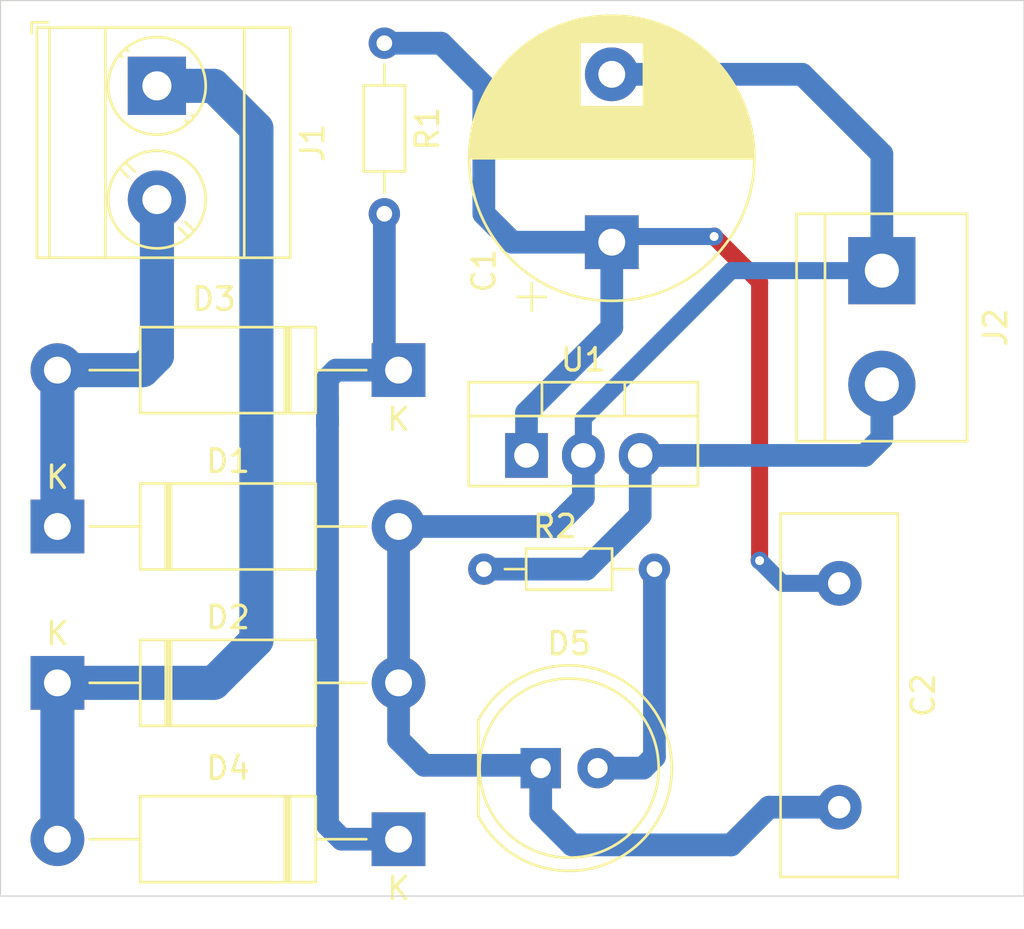
<source format=kicad_pcb>
(kicad_pcb (version 20171130) (host pcbnew "(5.1.10)-1")

  (general
    (thickness 1.6)
    (drawings 4)
    (tracks 63)
    (zones 0)
    (modules 12)
    (nets 8)
  )

  (page A4)
  (title_block
    (title "Power Supply Layout Design")
    (date 2021-08-07)
    (rev "Version 1")
    (company "PJ TECH")
  )

  (layers
    (0 F.Cu signal)
    (31 B.Cu signal)
    (32 B.Adhes user)
    (33 F.Adhes user)
    (34 B.Paste user)
    (35 F.Paste user)
    (36 B.SilkS user)
    (37 F.SilkS user)
    (38 B.Mask user)
    (39 F.Mask user)
    (40 Dwgs.User user)
    (41 Cmts.User user)
    (42 Eco1.User user)
    (43 Eco2.User user)
    (44 Edge.Cuts user)
    (45 Margin user)
    (46 B.CrtYd user)
    (47 F.CrtYd user)
    (48 B.Fab user)
    (49 F.Fab user)
  )

  (setup
    (last_trace_width 0.762)
    (user_trace_width 0.508)
    (user_trace_width 0.762)
    (user_trace_width 1.016)
    (user_trace_width 1.524)
    (user_trace_width 2.032)
    (user_trace_width 20.32)
    (trace_clearance 0.2)
    (zone_clearance 0.508)
    (zone_45_only no)
    (trace_min 0.2)
    (via_size 0.8)
    (via_drill 0.4)
    (via_min_size 0.4)
    (via_min_drill 0.3)
    (user_via 0.762 0.508)
    (uvia_size 0.3)
    (uvia_drill 0.1)
    (uvias_allowed no)
    (uvia_min_size 0.2)
    (uvia_min_drill 0.1)
    (edge_width 0.05)
    (segment_width 0.2)
    (pcb_text_width 0.3)
    (pcb_text_size 1.5 1.5)
    (mod_edge_width 0.12)
    (mod_text_size 1 1)
    (mod_text_width 0.15)
    (pad_size 1.524 1.524)
    (pad_drill 0.762)
    (pad_to_mask_clearance 0)
    (aux_axis_origin 0 0)
    (visible_elements FFFFFF7F)
    (pcbplotparams
      (layerselection 0x010fc_ffffffff)
      (usegerberextensions false)
      (usegerberattributes true)
      (usegerberadvancedattributes true)
      (creategerberjobfile true)
      (excludeedgelayer true)
      (linewidth 0.100000)
      (plotframeref false)
      (viasonmask false)
      (mode 1)
      (useauxorigin false)
      (hpglpennumber 1)
      (hpglpenspeed 20)
      (hpglpendiameter 15.000000)
      (psnegative false)
      (psa4output false)
      (plotreference true)
      (plotvalue true)
      (plotinvisibletext false)
      (padsonsilk false)
      (subtractmaskfromsilk false)
      (outputformat 1)
      (mirror false)
      (drillshape 1)
      (scaleselection 1)
      (outputdirectory ""))
  )

  (net 0 "")
  (net 1 "Net-(C1-Pad1)")
  (net 2 GND)
  (net 3 "Net-(D1-Pad1)")
  (net 4 "Net-(D2-Pad1)")
  (net 5 "Net-(D3-Pad1)")
  (net 6 "Net-(D5-Pad2)")
  (net 7 "Net-(J2-Pad2)")

  (net_class Default "This is the default net class."
    (clearance 0.2)
    (trace_width 0.25)
    (via_dia 0.8)
    (via_drill 0.4)
    (uvia_dia 0.3)
    (uvia_drill 0.1)
    (add_net GND)
    (add_net "Net-(C1-Pad1)")
    (add_net "Net-(D1-Pad1)")
    (add_net "Net-(D2-Pad1)")
    (add_net "Net-(D3-Pad1)")
    (add_net "Net-(D5-Pad2)")
    (add_net "Net-(J2-Pad2)")
  )

  (module Capacitor_THT:C_Disc_D16.0mm_W5.0mm_P10.00mm (layer F.Cu) (tedit 5AE50EF0) (tstamp 610F547A)
    (at 102.87 118.11 270)
    (descr "C, Disc series, Radial, pin pitch=10.00mm, , diameter*width=16.0*5.0mm^2, Capacitor, http://www.vishay.com/docs/28535/vy2series.pdf")
    (tags "C Disc series Radial pin pitch 10.00mm  diameter 16.0mm width 5.0mm Capacitor")
    (path /610E5E52)
    (fp_text reference C2 (at 5 -3.75 90) (layer F.SilkS)
      (effects (font (size 1 1) (thickness 0.15)))
    )
    (fp_text value 0.01uf (at 5 3.75 90) (layer F.Fab)
      (effects (font (size 1 1) (thickness 0.15)))
    )
    (fp_text user %R (at 5 0 90) (layer F.Fab)
      (effects (font (size 1 1) (thickness 0.15)))
    )
    (fp_line (start -3 -2.5) (end -3 2.5) (layer F.Fab) (width 0.1))
    (fp_line (start -3 2.5) (end 13 2.5) (layer F.Fab) (width 0.1))
    (fp_line (start 13 2.5) (end 13 -2.5) (layer F.Fab) (width 0.1))
    (fp_line (start 13 -2.5) (end -3 -2.5) (layer F.Fab) (width 0.1))
    (fp_line (start -3.12 -2.62) (end 13.12 -2.62) (layer F.SilkS) (width 0.12))
    (fp_line (start -3.12 2.62) (end 13.12 2.62) (layer F.SilkS) (width 0.12))
    (fp_line (start -3.12 -2.62) (end -3.12 2.62) (layer F.SilkS) (width 0.12))
    (fp_line (start 13.12 -2.62) (end 13.12 2.62) (layer F.SilkS) (width 0.12))
    (fp_line (start -3.25 -2.75) (end -3.25 2.75) (layer F.CrtYd) (width 0.05))
    (fp_line (start -3.25 2.75) (end 13.25 2.75) (layer F.CrtYd) (width 0.05))
    (fp_line (start 13.25 2.75) (end 13.25 -2.75) (layer F.CrtYd) (width 0.05))
    (fp_line (start 13.25 -2.75) (end -3.25 -2.75) (layer F.CrtYd) (width 0.05))
    (pad 2 thru_hole circle (at 10 0 270) (size 2 2) (drill 1) (layers *.Cu *.Mask)
      (net 2 GND))
    (pad 1 thru_hole circle (at 0 0 270) (size 2 2) (drill 1) (layers *.Cu *.Mask)
      (net 1 "Net-(C1-Pad1)"))
    (model ${KISYS3DMOD}/Capacitor_THT.3dshapes/C_Disc_D16.0mm_W5.0mm_P10.00mm.wrl
      (at (xyz 0 0 0))
      (scale (xyz 1 1 1))
      (rotate (xyz 0 0 0))
    )
  )

  (module Capacitor_THT:CP_Radial_D12.5mm_P7.50mm (layer F.Cu) (tedit 5AE50EF1) (tstamp 610F5467)
    (at 92.71 102.87 90)
    (descr "CP, Radial series, Radial, pin pitch=7.50mm, , diameter=12.5mm, Electrolytic Capacitor")
    (tags "CP Radial series Radial pin pitch 7.50mm  diameter 12.5mm Electrolytic Capacitor")
    (path /610DF8D2)
    (fp_text reference C1 (at -1.27 -5.715 90) (layer F.SilkS)
      (effects (font (size 1 1) (thickness 0.15)))
    )
    (fp_text value 1000uf/25v (at 3.75 7.5 90) (layer F.Fab) hide
      (effects (font (size 1 1) (thickness 0.15)))
    )
    (fp_line (start -2.442082 -4.2) (end -2.442082 -2.95) (layer F.SilkS) (width 0.12))
    (fp_line (start -3.067082 -3.575) (end -1.817082 -3.575) (layer F.SilkS) (width 0.12))
    (fp_line (start 10.111 -0.317) (end 10.111 0.317) (layer F.SilkS) (width 0.12))
    (fp_line (start 10.071 -0.757) (end 10.071 0.757) (layer F.SilkS) (width 0.12))
    (fp_line (start 10.031 -1.028) (end 10.031 1.028) (layer F.SilkS) (width 0.12))
    (fp_line (start 9.991 -1.241) (end 9.991 1.241) (layer F.SilkS) (width 0.12))
    (fp_line (start 9.951 -1.422) (end 9.951 1.422) (layer F.SilkS) (width 0.12))
    (fp_line (start 9.911 -1.583) (end 9.911 1.583) (layer F.SilkS) (width 0.12))
    (fp_line (start 9.871 -1.728) (end 9.871 1.728) (layer F.SilkS) (width 0.12))
    (fp_line (start 9.831 -1.861) (end 9.831 1.861) (layer F.SilkS) (width 0.12))
    (fp_line (start 9.791 -1.984) (end 9.791 1.984) (layer F.SilkS) (width 0.12))
    (fp_line (start 9.751 -2.1) (end 9.751 2.1) (layer F.SilkS) (width 0.12))
    (fp_line (start 9.711 -2.209) (end 9.711 2.209) (layer F.SilkS) (width 0.12))
    (fp_line (start 9.671 -2.312) (end 9.671 2.312) (layer F.SilkS) (width 0.12))
    (fp_line (start 9.631 -2.41) (end 9.631 2.41) (layer F.SilkS) (width 0.12))
    (fp_line (start 9.591 -2.504) (end 9.591 2.504) (layer F.SilkS) (width 0.12))
    (fp_line (start 9.551 -2.594) (end 9.551 2.594) (layer F.SilkS) (width 0.12))
    (fp_line (start 9.511 -2.681) (end 9.511 2.681) (layer F.SilkS) (width 0.12))
    (fp_line (start 9.471 -2.764) (end 9.471 2.764) (layer F.SilkS) (width 0.12))
    (fp_line (start 9.431 -2.844) (end 9.431 2.844) (layer F.SilkS) (width 0.12))
    (fp_line (start 9.391 -2.921) (end 9.391 2.921) (layer F.SilkS) (width 0.12))
    (fp_line (start 9.351 -2.996) (end 9.351 2.996) (layer F.SilkS) (width 0.12))
    (fp_line (start 9.311 -3.069) (end 9.311 3.069) (layer F.SilkS) (width 0.12))
    (fp_line (start 9.271 -3.14) (end 9.271 3.14) (layer F.SilkS) (width 0.12))
    (fp_line (start 9.231 -3.208) (end 9.231 3.208) (layer F.SilkS) (width 0.12))
    (fp_line (start 9.191 -3.275) (end 9.191 3.275) (layer F.SilkS) (width 0.12))
    (fp_line (start 9.151 -3.339) (end 9.151 3.339) (layer F.SilkS) (width 0.12))
    (fp_line (start 9.111 -3.402) (end 9.111 3.402) (layer F.SilkS) (width 0.12))
    (fp_line (start 9.071 -3.464) (end 9.071 3.464) (layer F.SilkS) (width 0.12))
    (fp_line (start 9.031 -3.524) (end 9.031 3.524) (layer F.SilkS) (width 0.12))
    (fp_line (start 8.991 -3.583) (end 8.991 3.583) (layer F.SilkS) (width 0.12))
    (fp_line (start 8.951 -3.64) (end 8.951 3.64) (layer F.SilkS) (width 0.12))
    (fp_line (start 8.911 1.44) (end 8.911 3.696) (layer F.SilkS) (width 0.12))
    (fp_line (start 8.911 -3.696) (end 8.911 -1.44) (layer F.SilkS) (width 0.12))
    (fp_line (start 8.871 1.44) (end 8.871 3.75) (layer F.SilkS) (width 0.12))
    (fp_line (start 8.871 -3.75) (end 8.871 -1.44) (layer F.SilkS) (width 0.12))
    (fp_line (start 8.831 1.44) (end 8.831 3.804) (layer F.SilkS) (width 0.12))
    (fp_line (start 8.831 -3.804) (end 8.831 -1.44) (layer F.SilkS) (width 0.12))
    (fp_line (start 8.791 1.44) (end 8.791 3.856) (layer F.SilkS) (width 0.12))
    (fp_line (start 8.791 -3.856) (end 8.791 -1.44) (layer F.SilkS) (width 0.12))
    (fp_line (start 8.751 1.44) (end 8.751 3.907) (layer F.SilkS) (width 0.12))
    (fp_line (start 8.751 -3.907) (end 8.751 -1.44) (layer F.SilkS) (width 0.12))
    (fp_line (start 8.711 1.44) (end 8.711 3.957) (layer F.SilkS) (width 0.12))
    (fp_line (start 8.711 -3.957) (end 8.711 -1.44) (layer F.SilkS) (width 0.12))
    (fp_line (start 8.671 1.44) (end 8.671 4.007) (layer F.SilkS) (width 0.12))
    (fp_line (start 8.671 -4.007) (end 8.671 -1.44) (layer F.SilkS) (width 0.12))
    (fp_line (start 8.631 1.44) (end 8.631 4.055) (layer F.SilkS) (width 0.12))
    (fp_line (start 8.631 -4.055) (end 8.631 -1.44) (layer F.SilkS) (width 0.12))
    (fp_line (start 8.591 1.44) (end 8.591 4.102) (layer F.SilkS) (width 0.12))
    (fp_line (start 8.591 -4.102) (end 8.591 -1.44) (layer F.SilkS) (width 0.12))
    (fp_line (start 8.551 1.44) (end 8.551 4.148) (layer F.SilkS) (width 0.12))
    (fp_line (start 8.551 -4.148) (end 8.551 -1.44) (layer F.SilkS) (width 0.12))
    (fp_line (start 8.511 1.44) (end 8.511 4.194) (layer F.SilkS) (width 0.12))
    (fp_line (start 8.511 -4.194) (end 8.511 -1.44) (layer F.SilkS) (width 0.12))
    (fp_line (start 8.471 1.44) (end 8.471 4.238) (layer F.SilkS) (width 0.12))
    (fp_line (start 8.471 -4.238) (end 8.471 -1.44) (layer F.SilkS) (width 0.12))
    (fp_line (start 8.431 1.44) (end 8.431 4.282) (layer F.SilkS) (width 0.12))
    (fp_line (start 8.431 -4.282) (end 8.431 -1.44) (layer F.SilkS) (width 0.12))
    (fp_line (start 8.391 1.44) (end 8.391 4.325) (layer F.SilkS) (width 0.12))
    (fp_line (start 8.391 -4.325) (end 8.391 -1.44) (layer F.SilkS) (width 0.12))
    (fp_line (start 8.351 1.44) (end 8.351 4.367) (layer F.SilkS) (width 0.12))
    (fp_line (start 8.351 -4.367) (end 8.351 -1.44) (layer F.SilkS) (width 0.12))
    (fp_line (start 8.311 1.44) (end 8.311 4.408) (layer F.SilkS) (width 0.12))
    (fp_line (start 8.311 -4.408) (end 8.311 -1.44) (layer F.SilkS) (width 0.12))
    (fp_line (start 8.271 1.44) (end 8.271 4.449) (layer F.SilkS) (width 0.12))
    (fp_line (start 8.271 -4.449) (end 8.271 -1.44) (layer F.SilkS) (width 0.12))
    (fp_line (start 8.231 1.44) (end 8.231 4.489) (layer F.SilkS) (width 0.12))
    (fp_line (start 8.231 -4.489) (end 8.231 -1.44) (layer F.SilkS) (width 0.12))
    (fp_line (start 8.191 1.44) (end 8.191 4.528) (layer F.SilkS) (width 0.12))
    (fp_line (start 8.191 -4.528) (end 8.191 -1.44) (layer F.SilkS) (width 0.12))
    (fp_line (start 8.151 1.44) (end 8.151 4.567) (layer F.SilkS) (width 0.12))
    (fp_line (start 8.151 -4.567) (end 8.151 -1.44) (layer F.SilkS) (width 0.12))
    (fp_line (start 8.111 1.44) (end 8.111 4.605) (layer F.SilkS) (width 0.12))
    (fp_line (start 8.111 -4.605) (end 8.111 -1.44) (layer F.SilkS) (width 0.12))
    (fp_line (start 8.071 1.44) (end 8.071 4.642) (layer F.SilkS) (width 0.12))
    (fp_line (start 8.071 -4.642) (end 8.071 -1.44) (layer F.SilkS) (width 0.12))
    (fp_line (start 8.031 1.44) (end 8.031 4.678) (layer F.SilkS) (width 0.12))
    (fp_line (start 8.031 -4.678) (end 8.031 -1.44) (layer F.SilkS) (width 0.12))
    (fp_line (start 7.991 1.44) (end 7.991 4.714) (layer F.SilkS) (width 0.12))
    (fp_line (start 7.991 -4.714) (end 7.991 -1.44) (layer F.SilkS) (width 0.12))
    (fp_line (start 7.951 1.44) (end 7.951 4.75) (layer F.SilkS) (width 0.12))
    (fp_line (start 7.951 -4.75) (end 7.951 -1.44) (layer F.SilkS) (width 0.12))
    (fp_line (start 7.911 1.44) (end 7.911 4.785) (layer F.SilkS) (width 0.12))
    (fp_line (start 7.911 -4.785) (end 7.911 -1.44) (layer F.SilkS) (width 0.12))
    (fp_line (start 7.871 1.44) (end 7.871 4.819) (layer F.SilkS) (width 0.12))
    (fp_line (start 7.871 -4.819) (end 7.871 -1.44) (layer F.SilkS) (width 0.12))
    (fp_line (start 7.831 1.44) (end 7.831 4.852) (layer F.SilkS) (width 0.12))
    (fp_line (start 7.831 -4.852) (end 7.831 -1.44) (layer F.SilkS) (width 0.12))
    (fp_line (start 7.791 1.44) (end 7.791 4.885) (layer F.SilkS) (width 0.12))
    (fp_line (start 7.791 -4.885) (end 7.791 -1.44) (layer F.SilkS) (width 0.12))
    (fp_line (start 7.751 1.44) (end 7.751 4.918) (layer F.SilkS) (width 0.12))
    (fp_line (start 7.751 -4.918) (end 7.751 -1.44) (layer F.SilkS) (width 0.12))
    (fp_line (start 7.711 1.44) (end 7.711 4.95) (layer F.SilkS) (width 0.12))
    (fp_line (start 7.711 -4.95) (end 7.711 -1.44) (layer F.SilkS) (width 0.12))
    (fp_line (start 7.671 1.44) (end 7.671 4.982) (layer F.SilkS) (width 0.12))
    (fp_line (start 7.671 -4.982) (end 7.671 -1.44) (layer F.SilkS) (width 0.12))
    (fp_line (start 7.631 1.44) (end 7.631 5.012) (layer F.SilkS) (width 0.12))
    (fp_line (start 7.631 -5.012) (end 7.631 -1.44) (layer F.SilkS) (width 0.12))
    (fp_line (start 7.591 1.44) (end 7.591 5.043) (layer F.SilkS) (width 0.12))
    (fp_line (start 7.591 -5.043) (end 7.591 -1.44) (layer F.SilkS) (width 0.12))
    (fp_line (start 7.551 1.44) (end 7.551 5.073) (layer F.SilkS) (width 0.12))
    (fp_line (start 7.551 -5.073) (end 7.551 -1.44) (layer F.SilkS) (width 0.12))
    (fp_line (start 7.511 1.44) (end 7.511 5.102) (layer F.SilkS) (width 0.12))
    (fp_line (start 7.511 -5.102) (end 7.511 -1.44) (layer F.SilkS) (width 0.12))
    (fp_line (start 7.471 1.44) (end 7.471 5.131) (layer F.SilkS) (width 0.12))
    (fp_line (start 7.471 -5.131) (end 7.471 -1.44) (layer F.SilkS) (width 0.12))
    (fp_line (start 7.431 1.44) (end 7.431 5.16) (layer F.SilkS) (width 0.12))
    (fp_line (start 7.431 -5.16) (end 7.431 -1.44) (layer F.SilkS) (width 0.12))
    (fp_line (start 7.391 1.44) (end 7.391 5.188) (layer F.SilkS) (width 0.12))
    (fp_line (start 7.391 -5.188) (end 7.391 -1.44) (layer F.SilkS) (width 0.12))
    (fp_line (start 7.351 1.44) (end 7.351 5.216) (layer F.SilkS) (width 0.12))
    (fp_line (start 7.351 -5.216) (end 7.351 -1.44) (layer F.SilkS) (width 0.12))
    (fp_line (start 7.311 1.44) (end 7.311 5.243) (layer F.SilkS) (width 0.12))
    (fp_line (start 7.311 -5.243) (end 7.311 -1.44) (layer F.SilkS) (width 0.12))
    (fp_line (start 7.271 1.44) (end 7.271 5.27) (layer F.SilkS) (width 0.12))
    (fp_line (start 7.271 -5.27) (end 7.271 -1.44) (layer F.SilkS) (width 0.12))
    (fp_line (start 7.231 1.44) (end 7.231 5.296) (layer F.SilkS) (width 0.12))
    (fp_line (start 7.231 -5.296) (end 7.231 -1.44) (layer F.SilkS) (width 0.12))
    (fp_line (start 7.191 1.44) (end 7.191 5.322) (layer F.SilkS) (width 0.12))
    (fp_line (start 7.191 -5.322) (end 7.191 -1.44) (layer F.SilkS) (width 0.12))
    (fp_line (start 7.151 1.44) (end 7.151 5.347) (layer F.SilkS) (width 0.12))
    (fp_line (start 7.151 -5.347) (end 7.151 -1.44) (layer F.SilkS) (width 0.12))
    (fp_line (start 7.111 1.44) (end 7.111 5.372) (layer F.SilkS) (width 0.12))
    (fp_line (start 7.111 -5.372) (end 7.111 -1.44) (layer F.SilkS) (width 0.12))
    (fp_line (start 7.071 1.44) (end 7.071 5.397) (layer F.SilkS) (width 0.12))
    (fp_line (start 7.071 -5.397) (end 7.071 -1.44) (layer F.SilkS) (width 0.12))
    (fp_line (start 7.031 1.44) (end 7.031 5.421) (layer F.SilkS) (width 0.12))
    (fp_line (start 7.031 -5.421) (end 7.031 -1.44) (layer F.SilkS) (width 0.12))
    (fp_line (start 6.991 1.44) (end 6.991 5.445) (layer F.SilkS) (width 0.12))
    (fp_line (start 6.991 -5.445) (end 6.991 -1.44) (layer F.SilkS) (width 0.12))
    (fp_line (start 6.951 1.44) (end 6.951 5.468) (layer F.SilkS) (width 0.12))
    (fp_line (start 6.951 -5.468) (end 6.951 -1.44) (layer F.SilkS) (width 0.12))
    (fp_line (start 6.911 1.44) (end 6.911 5.491) (layer F.SilkS) (width 0.12))
    (fp_line (start 6.911 -5.491) (end 6.911 -1.44) (layer F.SilkS) (width 0.12))
    (fp_line (start 6.871 1.44) (end 6.871 5.514) (layer F.SilkS) (width 0.12))
    (fp_line (start 6.871 -5.514) (end 6.871 -1.44) (layer F.SilkS) (width 0.12))
    (fp_line (start 6.831 1.44) (end 6.831 5.536) (layer F.SilkS) (width 0.12))
    (fp_line (start 6.831 -5.536) (end 6.831 -1.44) (layer F.SilkS) (width 0.12))
    (fp_line (start 6.791 1.44) (end 6.791 5.558) (layer F.SilkS) (width 0.12))
    (fp_line (start 6.791 -5.558) (end 6.791 -1.44) (layer F.SilkS) (width 0.12))
    (fp_line (start 6.751 1.44) (end 6.751 5.58) (layer F.SilkS) (width 0.12))
    (fp_line (start 6.751 -5.58) (end 6.751 -1.44) (layer F.SilkS) (width 0.12))
    (fp_line (start 6.711 1.44) (end 6.711 5.601) (layer F.SilkS) (width 0.12))
    (fp_line (start 6.711 -5.601) (end 6.711 -1.44) (layer F.SilkS) (width 0.12))
    (fp_line (start 6.671 1.44) (end 6.671 5.622) (layer F.SilkS) (width 0.12))
    (fp_line (start 6.671 -5.622) (end 6.671 -1.44) (layer F.SilkS) (width 0.12))
    (fp_line (start 6.631 1.44) (end 6.631 5.642) (layer F.SilkS) (width 0.12))
    (fp_line (start 6.631 -5.642) (end 6.631 -1.44) (layer F.SilkS) (width 0.12))
    (fp_line (start 6.591 1.44) (end 6.591 5.662) (layer F.SilkS) (width 0.12))
    (fp_line (start 6.591 -5.662) (end 6.591 -1.44) (layer F.SilkS) (width 0.12))
    (fp_line (start 6.551 1.44) (end 6.551 5.682) (layer F.SilkS) (width 0.12))
    (fp_line (start 6.551 -5.682) (end 6.551 -1.44) (layer F.SilkS) (width 0.12))
    (fp_line (start 6.511 1.44) (end 6.511 5.702) (layer F.SilkS) (width 0.12))
    (fp_line (start 6.511 -5.702) (end 6.511 -1.44) (layer F.SilkS) (width 0.12))
    (fp_line (start 6.471 1.44) (end 6.471 5.721) (layer F.SilkS) (width 0.12))
    (fp_line (start 6.471 -5.721) (end 6.471 -1.44) (layer F.SilkS) (width 0.12))
    (fp_line (start 6.431 1.44) (end 6.431 5.739) (layer F.SilkS) (width 0.12))
    (fp_line (start 6.431 -5.739) (end 6.431 -1.44) (layer F.SilkS) (width 0.12))
    (fp_line (start 6.391 1.44) (end 6.391 5.758) (layer F.SilkS) (width 0.12))
    (fp_line (start 6.391 -5.758) (end 6.391 -1.44) (layer F.SilkS) (width 0.12))
    (fp_line (start 6.351 1.44) (end 6.351 5.776) (layer F.SilkS) (width 0.12))
    (fp_line (start 6.351 -5.776) (end 6.351 -1.44) (layer F.SilkS) (width 0.12))
    (fp_line (start 6.311 1.44) (end 6.311 5.793) (layer F.SilkS) (width 0.12))
    (fp_line (start 6.311 -5.793) (end 6.311 -1.44) (layer F.SilkS) (width 0.12))
    (fp_line (start 6.271 1.44) (end 6.271 5.811) (layer F.SilkS) (width 0.12))
    (fp_line (start 6.271 -5.811) (end 6.271 -1.44) (layer F.SilkS) (width 0.12))
    (fp_line (start 6.231 1.44) (end 6.231 5.828) (layer F.SilkS) (width 0.12))
    (fp_line (start 6.231 -5.828) (end 6.231 -1.44) (layer F.SilkS) (width 0.12))
    (fp_line (start 6.191 1.44) (end 6.191 5.845) (layer F.SilkS) (width 0.12))
    (fp_line (start 6.191 -5.845) (end 6.191 -1.44) (layer F.SilkS) (width 0.12))
    (fp_line (start 6.151 1.44) (end 6.151 5.861) (layer F.SilkS) (width 0.12))
    (fp_line (start 6.151 -5.861) (end 6.151 -1.44) (layer F.SilkS) (width 0.12))
    (fp_line (start 6.111 1.44) (end 6.111 5.877) (layer F.SilkS) (width 0.12))
    (fp_line (start 6.111 -5.877) (end 6.111 -1.44) (layer F.SilkS) (width 0.12))
    (fp_line (start 6.071 1.44) (end 6.071 5.893) (layer F.SilkS) (width 0.12))
    (fp_line (start 6.071 -5.893) (end 6.071 -1.44) (layer F.SilkS) (width 0.12))
    (fp_line (start 6.031 -5.908) (end 6.031 5.908) (layer F.SilkS) (width 0.12))
    (fp_line (start 5.991 -5.924) (end 5.991 5.924) (layer F.SilkS) (width 0.12))
    (fp_line (start 5.951 -5.939) (end 5.951 5.939) (layer F.SilkS) (width 0.12))
    (fp_line (start 5.911 -5.953) (end 5.911 5.953) (layer F.SilkS) (width 0.12))
    (fp_line (start 5.871 -5.967) (end 5.871 5.967) (layer F.SilkS) (width 0.12))
    (fp_line (start 5.831 -5.981) (end 5.831 5.981) (layer F.SilkS) (width 0.12))
    (fp_line (start 5.791 -5.995) (end 5.791 5.995) (layer F.SilkS) (width 0.12))
    (fp_line (start 5.751 -6.008) (end 5.751 6.008) (layer F.SilkS) (width 0.12))
    (fp_line (start 5.711 -6.021) (end 5.711 6.021) (layer F.SilkS) (width 0.12))
    (fp_line (start 5.671 -6.034) (end 5.671 6.034) (layer F.SilkS) (width 0.12))
    (fp_line (start 5.631 -6.047) (end 5.631 6.047) (layer F.SilkS) (width 0.12))
    (fp_line (start 5.591 -6.059) (end 5.591 6.059) (layer F.SilkS) (width 0.12))
    (fp_line (start 5.551 -6.071) (end 5.551 6.071) (layer F.SilkS) (width 0.12))
    (fp_line (start 5.511 -6.083) (end 5.511 6.083) (layer F.SilkS) (width 0.12))
    (fp_line (start 5.471 -6.094) (end 5.471 6.094) (layer F.SilkS) (width 0.12))
    (fp_line (start 5.431 -6.105) (end 5.431 6.105) (layer F.SilkS) (width 0.12))
    (fp_line (start 5.391 -6.116) (end 5.391 6.116) (layer F.SilkS) (width 0.12))
    (fp_line (start 5.351 -6.126) (end 5.351 6.126) (layer F.SilkS) (width 0.12))
    (fp_line (start 5.311 -6.137) (end 5.311 6.137) (layer F.SilkS) (width 0.12))
    (fp_line (start 5.271 -6.146) (end 5.271 6.146) (layer F.SilkS) (width 0.12))
    (fp_line (start 5.231 -6.156) (end 5.231 6.156) (layer F.SilkS) (width 0.12))
    (fp_line (start 5.191 -6.166) (end 5.191 6.166) (layer F.SilkS) (width 0.12))
    (fp_line (start 5.151 -6.175) (end 5.151 6.175) (layer F.SilkS) (width 0.12))
    (fp_line (start 5.111 -6.184) (end 5.111 6.184) (layer F.SilkS) (width 0.12))
    (fp_line (start 5.071 -6.192) (end 5.071 6.192) (layer F.SilkS) (width 0.12))
    (fp_line (start 5.031 -6.201) (end 5.031 6.201) (layer F.SilkS) (width 0.12))
    (fp_line (start 4.991 -6.209) (end 4.991 6.209) (layer F.SilkS) (width 0.12))
    (fp_line (start 4.951 -6.216) (end 4.951 6.216) (layer F.SilkS) (width 0.12))
    (fp_line (start 4.911 -6.224) (end 4.911 6.224) (layer F.SilkS) (width 0.12))
    (fp_line (start 4.871 -6.231) (end 4.871 6.231) (layer F.SilkS) (width 0.12))
    (fp_line (start 4.831 -6.238) (end 4.831 6.238) (layer F.SilkS) (width 0.12))
    (fp_line (start 4.791 -6.245) (end 4.791 6.245) (layer F.SilkS) (width 0.12))
    (fp_line (start 4.751 -6.252) (end 4.751 6.252) (layer F.SilkS) (width 0.12))
    (fp_line (start 4.711 -6.258) (end 4.711 6.258) (layer F.SilkS) (width 0.12))
    (fp_line (start 4.671 -6.264) (end 4.671 6.264) (layer F.SilkS) (width 0.12))
    (fp_line (start 4.631 -6.269) (end 4.631 6.269) (layer F.SilkS) (width 0.12))
    (fp_line (start 4.591 -6.275) (end 4.591 6.275) (layer F.SilkS) (width 0.12))
    (fp_line (start 4.551 -6.28) (end 4.551 6.28) (layer F.SilkS) (width 0.12))
    (fp_line (start 4.511 -6.285) (end 4.511 6.285) (layer F.SilkS) (width 0.12))
    (fp_line (start 4.471 -6.29) (end 4.471 6.29) (layer F.SilkS) (width 0.12))
    (fp_line (start 4.43 -6.294) (end 4.43 6.294) (layer F.SilkS) (width 0.12))
    (fp_line (start 4.39 -6.298) (end 4.39 6.298) (layer F.SilkS) (width 0.12))
    (fp_line (start 4.35 -6.302) (end 4.35 6.302) (layer F.SilkS) (width 0.12))
    (fp_line (start 4.31 -6.306) (end 4.31 6.306) (layer F.SilkS) (width 0.12))
    (fp_line (start 4.27 -6.309) (end 4.27 6.309) (layer F.SilkS) (width 0.12))
    (fp_line (start 4.23 -6.312) (end 4.23 6.312) (layer F.SilkS) (width 0.12))
    (fp_line (start 4.19 -6.315) (end 4.19 6.315) (layer F.SilkS) (width 0.12))
    (fp_line (start 4.15 -6.318) (end 4.15 6.318) (layer F.SilkS) (width 0.12))
    (fp_line (start 4.11 -6.32) (end 4.11 6.32) (layer F.SilkS) (width 0.12))
    (fp_line (start 4.07 -6.322) (end 4.07 6.322) (layer F.SilkS) (width 0.12))
    (fp_line (start 4.03 -6.324) (end 4.03 6.324) (layer F.SilkS) (width 0.12))
    (fp_line (start 3.99 -6.326) (end 3.99 6.326) (layer F.SilkS) (width 0.12))
    (fp_line (start 3.95 -6.327) (end 3.95 6.327) (layer F.SilkS) (width 0.12))
    (fp_line (start 3.91 -6.328) (end 3.91 6.328) (layer F.SilkS) (width 0.12))
    (fp_line (start 3.87 -6.329) (end 3.87 6.329) (layer F.SilkS) (width 0.12))
    (fp_line (start 3.83 -6.33) (end 3.83 6.33) (layer F.SilkS) (width 0.12))
    (fp_line (start 3.79 -6.33) (end 3.79 6.33) (layer F.SilkS) (width 0.12))
    (fp_line (start 3.75 -6.33) (end 3.75 6.33) (layer F.SilkS) (width 0.12))
    (fp_line (start -0.991489 -3.3625) (end -0.991489 -2.1125) (layer F.Fab) (width 0.1))
    (fp_line (start -1.616489 -2.7375) (end -0.366489 -2.7375) (layer F.Fab) (width 0.1))
    (fp_circle (center 3.75 0) (end 10.25 0) (layer F.CrtYd) (width 0.05))
    (fp_circle (center 3.75 0) (end 10.12 0) (layer F.SilkS) (width 0.12))
    (fp_circle (center 3.75 0) (end 10 0) (layer F.Fab) (width 0.1))
    (fp_text user %R (at 3.75 0 90) (layer F.Fab)
      (effects (font (size 1 1) (thickness 0.15)))
    )
    (pad 1 thru_hole rect (at 0 0 90) (size 2.4 2.4) (drill 1.2) (layers *.Cu *.Mask)
      (net 1 "Net-(C1-Pad1)"))
    (pad 2 thru_hole circle (at 7.5 0 90) (size 2.4 2.4) (drill 1.2) (layers *.Cu *.Mask)
      (net 2 GND))
    (model ${KISYS3DMOD}/Capacitor_THT.3dshapes/CP_Radial_D12.5mm_P7.50mm.wrl
      (at (xyz 0 0 0))
      (scale (xyz 1 1 1))
      (rotate (xyz 0 0 0))
    )
  )

  (module Diode_THT:D_DO-15_P15.24mm_Horizontal (layer F.Cu) (tedit 5AE50CD5) (tstamp 610F5499)
    (at 67.945 115.57)
    (descr "Diode, DO-15 series, Axial, Horizontal, pin pitch=15.24mm, , length*diameter=7.6*3.6mm^2, , http://www.diodes.com/_files/packages/DO-15.pdf")
    (tags "Diode DO-15 series Axial Horizontal pin pitch 15.24mm  length 7.6mm diameter 3.6mm")
    (path /610DE470)
    (fp_text reference D1 (at 7.62 -2.92) (layer F.SilkS)
      (effects (font (size 1 1) (thickness 0.15)))
    )
    (fp_text value 1N4007 (at 2.54 3.175) (layer F.Fab)
      (effects (font (size 1 1) (thickness 0.15)))
    )
    (fp_line (start 16.69 -2.05) (end -1.45 -2.05) (layer F.CrtYd) (width 0.05))
    (fp_line (start 16.69 2.05) (end 16.69 -2.05) (layer F.CrtYd) (width 0.05))
    (fp_line (start -1.45 2.05) (end 16.69 2.05) (layer F.CrtYd) (width 0.05))
    (fp_line (start -1.45 -2.05) (end -1.45 2.05) (layer F.CrtYd) (width 0.05))
    (fp_line (start 4.84 -1.92) (end 4.84 1.92) (layer F.SilkS) (width 0.12))
    (fp_line (start 5.08 -1.92) (end 5.08 1.92) (layer F.SilkS) (width 0.12))
    (fp_line (start 4.96 -1.92) (end 4.96 1.92) (layer F.SilkS) (width 0.12))
    (fp_line (start 13.8 0) (end 11.54 0) (layer F.SilkS) (width 0.12))
    (fp_line (start 1.44 0) (end 3.7 0) (layer F.SilkS) (width 0.12))
    (fp_line (start 11.54 -1.92) (end 3.7 -1.92) (layer F.SilkS) (width 0.12))
    (fp_line (start 11.54 1.92) (end 11.54 -1.92) (layer F.SilkS) (width 0.12))
    (fp_line (start 3.7 1.92) (end 11.54 1.92) (layer F.SilkS) (width 0.12))
    (fp_line (start 3.7 -1.92) (end 3.7 1.92) (layer F.SilkS) (width 0.12))
    (fp_line (start 4.86 -1.8) (end 4.86 1.8) (layer F.Fab) (width 0.1))
    (fp_line (start 5.06 -1.8) (end 5.06 1.8) (layer F.Fab) (width 0.1))
    (fp_line (start 4.96 -1.8) (end 4.96 1.8) (layer F.Fab) (width 0.1))
    (fp_line (start 15.24 0) (end 11.42 0) (layer F.Fab) (width 0.1))
    (fp_line (start 0 0) (end 3.82 0) (layer F.Fab) (width 0.1))
    (fp_line (start 11.42 -1.8) (end 3.82 -1.8) (layer F.Fab) (width 0.1))
    (fp_line (start 11.42 1.8) (end 11.42 -1.8) (layer F.Fab) (width 0.1))
    (fp_line (start 3.82 1.8) (end 11.42 1.8) (layer F.Fab) (width 0.1))
    (fp_line (start 3.82 -1.8) (end 3.82 1.8) (layer F.Fab) (width 0.1))
    (fp_text user %R (at 8.19 0) (layer F.Fab)
      (effects (font (size 1 1) (thickness 0.15)))
    )
    (fp_text user K (at 0 -2.2) (layer F.Fab)
      (effects (font (size 1 1) (thickness 0.15)))
    )
    (fp_text user K (at 0 -2.2) (layer F.SilkS)
      (effects (font (size 1 1) (thickness 0.15)))
    )
    (pad 1 thru_hole rect (at 0 0) (size 2.4 2.4) (drill 1.2) (layers *.Cu *.Mask)
      (net 3 "Net-(D1-Pad1)"))
    (pad 2 thru_hole oval (at 15.24 0) (size 2.4 2.4) (drill 1.2) (layers *.Cu *.Mask)
      (net 2 GND))
    (model ${KISYS3DMOD}/Diode_THT.3dshapes/D_DO-15_P15.24mm_Horizontal.wrl
      (at (xyz 0 0 0))
      (scale (xyz 1 1 1))
      (rotate (xyz 0 0 0))
    )
  )

  (module Diode_THT:D_DO-15_P15.24mm_Horizontal (layer F.Cu) (tedit 5AE50CD5) (tstamp 610F54B8)
    (at 67.945 122.555)
    (descr "Diode, DO-15 series, Axial, Horizontal, pin pitch=15.24mm, , length*diameter=7.6*3.6mm^2, , http://www.diodes.com/_files/packages/DO-15.pdf")
    (tags "Diode DO-15 series Axial Horizontal pin pitch 15.24mm  length 7.6mm diameter 3.6mm")
    (path /610DE542)
    (fp_text reference D2 (at 7.62 -2.92) (layer F.SilkS)
      (effects (font (size 1 1) (thickness 0.15)))
    )
    (fp_text value 1N4007 (at 2.54 3.175) (layer F.Fab)
      (effects (font (size 1 1) (thickness 0.15)))
    )
    (fp_text user K (at 0 -2.2) (layer F.SilkS)
      (effects (font (size 1 1) (thickness 0.15)))
    )
    (fp_text user K (at 0 -2.2) (layer F.Fab)
      (effects (font (size 1 1) (thickness 0.15)))
    )
    (fp_text user %R (at 8.19 0) (layer F.Fab)
      (effects (font (size 1 1) (thickness 0.15)))
    )
    (fp_line (start 3.82 -1.8) (end 3.82 1.8) (layer F.Fab) (width 0.1))
    (fp_line (start 3.82 1.8) (end 11.42 1.8) (layer F.Fab) (width 0.1))
    (fp_line (start 11.42 1.8) (end 11.42 -1.8) (layer F.Fab) (width 0.1))
    (fp_line (start 11.42 -1.8) (end 3.82 -1.8) (layer F.Fab) (width 0.1))
    (fp_line (start 0 0) (end 3.82 0) (layer F.Fab) (width 0.1))
    (fp_line (start 15.24 0) (end 11.42 0) (layer F.Fab) (width 0.1))
    (fp_line (start 4.96 -1.8) (end 4.96 1.8) (layer F.Fab) (width 0.1))
    (fp_line (start 5.06 -1.8) (end 5.06 1.8) (layer F.Fab) (width 0.1))
    (fp_line (start 4.86 -1.8) (end 4.86 1.8) (layer F.Fab) (width 0.1))
    (fp_line (start 3.7 -1.92) (end 3.7 1.92) (layer F.SilkS) (width 0.12))
    (fp_line (start 3.7 1.92) (end 11.54 1.92) (layer F.SilkS) (width 0.12))
    (fp_line (start 11.54 1.92) (end 11.54 -1.92) (layer F.SilkS) (width 0.12))
    (fp_line (start 11.54 -1.92) (end 3.7 -1.92) (layer F.SilkS) (width 0.12))
    (fp_line (start 1.44 0) (end 3.7 0) (layer F.SilkS) (width 0.12))
    (fp_line (start 13.8 0) (end 11.54 0) (layer F.SilkS) (width 0.12))
    (fp_line (start 4.96 -1.92) (end 4.96 1.92) (layer F.SilkS) (width 0.12))
    (fp_line (start 5.08 -1.92) (end 5.08 1.92) (layer F.SilkS) (width 0.12))
    (fp_line (start 4.84 -1.92) (end 4.84 1.92) (layer F.SilkS) (width 0.12))
    (fp_line (start -1.45 -2.05) (end -1.45 2.05) (layer F.CrtYd) (width 0.05))
    (fp_line (start -1.45 2.05) (end 16.69 2.05) (layer F.CrtYd) (width 0.05))
    (fp_line (start 16.69 2.05) (end 16.69 -2.05) (layer F.CrtYd) (width 0.05))
    (fp_line (start 16.69 -2.05) (end -1.45 -2.05) (layer F.CrtYd) (width 0.05))
    (pad 2 thru_hole oval (at 15.24 0) (size 2.4 2.4) (drill 1.2) (layers *.Cu *.Mask)
      (net 2 GND))
    (pad 1 thru_hole rect (at 0 0) (size 2.4 2.4) (drill 1.2) (layers *.Cu *.Mask)
      (net 4 "Net-(D2-Pad1)"))
    (model ${KISYS3DMOD}/Diode_THT.3dshapes/D_DO-15_P15.24mm_Horizontal.wrl
      (at (xyz 0 0 0))
      (scale (xyz 1 1 1))
      (rotate (xyz 0 0 0))
    )
  )

  (module Diode_THT:D_DO-15_P15.24mm_Horizontal (layer F.Cu) (tedit 5AE50CD5) (tstamp 610F54D7)
    (at 83.185 108.585 180)
    (descr "Diode, DO-15 series, Axial, Horizontal, pin pitch=15.24mm, , length*diameter=7.6*3.6mm^2, , http://www.diodes.com/_files/packages/DO-15.pdf")
    (tags "Diode DO-15 series Axial Horizontal pin pitch 15.24mm  length 7.6mm diameter 3.6mm")
    (path /610DE8D1)
    (fp_text reference D3 (at 8.255 3.175) (layer F.SilkS)
      (effects (font (size 1 1) (thickness 0.15)))
    )
    (fp_text value 1N4007 (at 12.7 -3.175) (layer F.Fab)
      (effects (font (size 1 1) (thickness 0.15)))
    )
    (fp_line (start 16.69 -2.05) (end -1.45 -2.05) (layer F.CrtYd) (width 0.05))
    (fp_line (start 16.69 2.05) (end 16.69 -2.05) (layer F.CrtYd) (width 0.05))
    (fp_line (start -1.45 2.05) (end 16.69 2.05) (layer F.CrtYd) (width 0.05))
    (fp_line (start -1.45 -2.05) (end -1.45 2.05) (layer F.CrtYd) (width 0.05))
    (fp_line (start 4.84 -1.92) (end 4.84 1.92) (layer F.SilkS) (width 0.12))
    (fp_line (start 5.08 -1.92) (end 5.08 1.92) (layer F.SilkS) (width 0.12))
    (fp_line (start 4.96 -1.92) (end 4.96 1.92) (layer F.SilkS) (width 0.12))
    (fp_line (start 13.8 0) (end 11.54 0) (layer F.SilkS) (width 0.12))
    (fp_line (start 1.44 0) (end 3.7 0) (layer F.SilkS) (width 0.12))
    (fp_line (start 11.54 -1.92) (end 3.7 -1.92) (layer F.SilkS) (width 0.12))
    (fp_line (start 11.54 1.92) (end 11.54 -1.92) (layer F.SilkS) (width 0.12))
    (fp_line (start 3.7 1.92) (end 11.54 1.92) (layer F.SilkS) (width 0.12))
    (fp_line (start 3.7 -1.92) (end 3.7 1.92) (layer F.SilkS) (width 0.12))
    (fp_line (start 4.86 -1.8) (end 4.86 1.8) (layer F.Fab) (width 0.1))
    (fp_line (start 5.06 -1.8) (end 5.06 1.8) (layer F.Fab) (width 0.1))
    (fp_line (start 4.96 -1.8) (end 4.96 1.8) (layer F.Fab) (width 0.1))
    (fp_line (start 15.24 0) (end 11.42 0) (layer F.Fab) (width 0.1))
    (fp_line (start 0 0) (end 3.82 0) (layer F.Fab) (width 0.1))
    (fp_line (start 11.42 -1.8) (end 3.82 -1.8) (layer F.Fab) (width 0.1))
    (fp_line (start 11.42 1.8) (end 11.42 -1.8) (layer F.Fab) (width 0.1))
    (fp_line (start 3.82 1.8) (end 11.42 1.8) (layer F.Fab) (width 0.1))
    (fp_line (start 3.82 -1.8) (end 3.82 1.8) (layer F.Fab) (width 0.1))
    (fp_text user %R (at 8.19 0) (layer F.Fab)
      (effects (font (size 1 1) (thickness 0.15)))
    )
    (fp_text user K (at 0 -2.2) (layer F.Fab)
      (effects (font (size 1 1) (thickness 0.15)))
    )
    (fp_text user K (at 0 -2.2) (layer F.SilkS)
      (effects (font (size 1 1) (thickness 0.15)))
    )
    (pad 1 thru_hole rect (at 0 0 180) (size 2.4 2.4) (drill 1.2) (layers *.Cu *.Mask)
      (net 5 "Net-(D3-Pad1)"))
    (pad 2 thru_hole oval (at 15.24 0 180) (size 2.4 2.4) (drill 1.2) (layers *.Cu *.Mask)
      (net 3 "Net-(D1-Pad1)"))
    (model ${KISYS3DMOD}/Diode_THT.3dshapes/D_DO-15_P15.24mm_Horizontal.wrl
      (at (xyz 0 0 0))
      (scale (xyz 1 1 1))
      (rotate (xyz 0 0 0))
    )
  )

  (module Diode_THT:D_DO-15_P15.24mm_Horizontal (layer F.Cu) (tedit 5AE50CD5) (tstamp 610F54F6)
    (at 83.185 129.54 180)
    (descr "Diode, DO-15 series, Axial, Horizontal, pin pitch=15.24mm, , length*diameter=7.6*3.6mm^2, , http://www.diodes.com/_files/packages/DO-15.pdf")
    (tags "Diode DO-15 series Axial Horizontal pin pitch 15.24mm  length 7.6mm diameter 3.6mm")
    (path /610DEE05)
    (fp_text reference D4 (at 7.62 3.175) (layer F.SilkS)
      (effects (font (size 1 1) (thickness 0.15)))
    )
    (fp_text value 1N4007 (at 12.7 -3.175) (layer F.Fab)
      (effects (font (size 1 1) (thickness 0.15)))
    )
    (fp_text user K (at 0 -2.2) (layer F.SilkS)
      (effects (font (size 1 1) (thickness 0.15)))
    )
    (fp_text user K (at 0 -2.2) (layer F.Fab)
      (effects (font (size 1 1) (thickness 0.15)))
    )
    (fp_text user %R (at 8.19 0) (layer F.Fab)
      (effects (font (size 1 1) (thickness 0.15)))
    )
    (fp_line (start 3.82 -1.8) (end 3.82 1.8) (layer F.Fab) (width 0.1))
    (fp_line (start 3.82 1.8) (end 11.42 1.8) (layer F.Fab) (width 0.1))
    (fp_line (start 11.42 1.8) (end 11.42 -1.8) (layer F.Fab) (width 0.1))
    (fp_line (start 11.42 -1.8) (end 3.82 -1.8) (layer F.Fab) (width 0.1))
    (fp_line (start 0 0) (end 3.82 0) (layer F.Fab) (width 0.1))
    (fp_line (start 15.24 0) (end 11.42 0) (layer F.Fab) (width 0.1))
    (fp_line (start 4.96 -1.8) (end 4.96 1.8) (layer F.Fab) (width 0.1))
    (fp_line (start 5.06 -1.8) (end 5.06 1.8) (layer F.Fab) (width 0.1))
    (fp_line (start 4.86 -1.8) (end 4.86 1.8) (layer F.Fab) (width 0.1))
    (fp_line (start 3.7 -1.92) (end 3.7 1.92) (layer F.SilkS) (width 0.12))
    (fp_line (start 3.7 1.92) (end 11.54 1.92) (layer F.SilkS) (width 0.12))
    (fp_line (start 11.54 1.92) (end 11.54 -1.92) (layer F.SilkS) (width 0.12))
    (fp_line (start 11.54 -1.92) (end 3.7 -1.92) (layer F.SilkS) (width 0.12))
    (fp_line (start 1.44 0) (end 3.7 0) (layer F.SilkS) (width 0.12))
    (fp_line (start 13.8 0) (end 11.54 0) (layer F.SilkS) (width 0.12))
    (fp_line (start 4.96 -1.92) (end 4.96 1.92) (layer F.SilkS) (width 0.12))
    (fp_line (start 5.08 -1.92) (end 5.08 1.92) (layer F.SilkS) (width 0.12))
    (fp_line (start 4.84 -1.92) (end 4.84 1.92) (layer F.SilkS) (width 0.12))
    (fp_line (start -1.45 -2.05) (end -1.45 2.05) (layer F.CrtYd) (width 0.05))
    (fp_line (start -1.45 2.05) (end 16.69 2.05) (layer F.CrtYd) (width 0.05))
    (fp_line (start 16.69 2.05) (end 16.69 -2.05) (layer F.CrtYd) (width 0.05))
    (fp_line (start 16.69 -2.05) (end -1.45 -2.05) (layer F.CrtYd) (width 0.05))
    (pad 2 thru_hole oval (at 15.24 0 180) (size 2.4 2.4) (drill 1.2) (layers *.Cu *.Mask)
      (net 4 "Net-(D2-Pad1)"))
    (pad 1 thru_hole rect (at 0 0 180) (size 2.4 2.4) (drill 1.2) (layers *.Cu *.Mask)
      (net 5 "Net-(D3-Pad1)"))
    (model ${KISYS3DMOD}/Diode_THT.3dshapes/D_DO-15_P15.24mm_Horizontal.wrl
      (at (xyz 0 0 0))
      (scale (xyz 1 1 1))
      (rotate (xyz 0 0 0))
    )
  )

  (module LED_THT:LED_D8.0mm (layer F.Cu) (tedit 587A3A7B) (tstamp 610F5507)
    (at 89.535 126.365)
    (descr "LED, diameter 8.0mm, 2 pins, http://cdn-reichelt.de/documents/datenblatt/A500/LED8MMGE_LED8MMGN_LED8MMRT%23KIN.pdf")
    (tags "LED diameter 8.0mm 2 pins")
    (path /610E09F3)
    (fp_text reference D5 (at 1.27 -5.56) (layer F.SilkS)
      (effects (font (size 1 1) (thickness 0.15)))
    )
    (fp_text value LED (at 1.27 5.56) (layer F.Fab)
      (effects (font (size 1 1) (thickness 0.15)))
    )
    (fp_line (start 6.1 -4.85) (end -3.55 -4.85) (layer F.CrtYd) (width 0.05))
    (fp_line (start 6.1 4.85) (end 6.1 -4.85) (layer F.CrtYd) (width 0.05))
    (fp_line (start -3.55 4.85) (end 6.1 4.85) (layer F.CrtYd) (width 0.05))
    (fp_line (start -3.55 -4.85) (end -3.55 4.85) (layer F.CrtYd) (width 0.05))
    (fp_line (start -2.79 -2.142) (end -2.79 2.142) (layer F.SilkS) (width 0.12))
    (fp_line (start -2.73 -2.061553) (end -2.73 2.061553) (layer F.Fab) (width 0.1))
    (fp_circle (center 1.27 0) (end 5.27 0) (layer F.SilkS) (width 0.12))
    (fp_circle (center 1.27 0) (end 5.27 0) (layer F.Fab) (width 0.1))
    (fp_arc (start 1.27 0) (end -2.73 -2.061553) (angle 305.5) (layer F.Fab) (width 0.1))
    (fp_arc (start 1.27 0) (end -2.79 -2.141145) (angle 152.2) (layer F.SilkS) (width 0.12))
    (fp_arc (start 1.27 0) (end -2.79 2.141145) (angle -152.2) (layer F.SilkS) (width 0.12))
    (pad 1 thru_hole rect (at 0 0) (size 1.8 1.8) (drill 0.9) (layers *.Cu *.Mask)
      (net 2 GND))
    (pad 2 thru_hole circle (at 2.54 0) (size 1.8 1.8) (drill 0.9) (layers *.Cu *.Mask)
      (net 6 "Net-(D5-Pad2)"))
    (model ${KISYS3DMOD}/LED_THT.3dshapes/LED_D8.0mm.wrl
      (at (xyz 0 0 0))
      (scale (xyz 1 1 1))
      (rotate (xyz 0 0 0))
    )
  )

  (module TerminalBlock_Phoenix:TerminalBlock_Phoenix_MKDS-3-2-5.08_1x02_P5.08mm_Horizontal (layer F.Cu) (tedit 5B294F11) (tstamp 610F5533)
    (at 72.39 95.885 270)
    (descr "Terminal Block Phoenix MKDS-3-2-5.08, 2 pins, pitch 5.08mm, size 10.2x11.2mm^2, drill diamater 1.3mm, pad diameter 2.6mm, see http://www.farnell.com/datasheets/2138224.pdf, script-generated using https://github.com/pointhi/kicad-footprint-generator/scripts/TerminalBlock_Phoenix")
    (tags "THT Terminal Block Phoenix MKDS-3-2-5.08 pitch 5.08mm size 10.2x11.2mm^2 drill 1.3mm pad 2.6mm")
    (path /610F2F09)
    (fp_text reference J1 (at 2.54 -6.96 90) (layer F.SilkS)
      (effects (font (size 1 1) (thickness 0.15)))
    )
    (fp_text value Screw_Terminal_01x02 (at 1.27 -8.255 90) (layer F.Fab) hide
      (effects (font (size 1 1) (thickness 0.15)))
    )
    (fp_line (start 8.13 -6.4) (end -3.04 -6.4) (layer F.CrtYd) (width 0.05))
    (fp_line (start 8.13 5.8) (end 8.13 -6.4) (layer F.CrtYd) (width 0.05))
    (fp_line (start -3.04 5.8) (end 8.13 5.8) (layer F.CrtYd) (width 0.05))
    (fp_line (start -3.04 -6.4) (end -3.04 5.8) (layer F.CrtYd) (width 0.05))
    (fp_line (start -2.84 5.6) (end -2.34 5.6) (layer F.SilkS) (width 0.12))
    (fp_line (start -2.84 4.86) (end -2.84 5.6) (layer F.SilkS) (width 0.12))
    (fp_line (start 3.822 0.992) (end 3.427 1.388) (layer F.SilkS) (width 0.12))
    (fp_line (start 6.468 -1.654) (end 6.088 -1.274) (layer F.SilkS) (width 0.12))
    (fp_line (start 4.073 1.274) (end 3.693 1.654) (layer F.SilkS) (width 0.12))
    (fp_line (start 6.734 -1.388) (end 6.339 -0.992) (layer F.SilkS) (width 0.12))
    (fp_line (start 6.353 -1.517) (end 3.564 1.273) (layer F.Fab) (width 0.1))
    (fp_line (start 6.597 -1.273) (end 3.808 1.517) (layer F.Fab) (width 0.1))
    (fp_line (start -1.548 1.281) (end -1.654 1.388) (layer F.SilkS) (width 0.12))
    (fp_line (start 1.388 -1.654) (end 1.281 -1.547) (layer F.SilkS) (width 0.12))
    (fp_line (start -1.282 1.547) (end -1.388 1.654) (layer F.SilkS) (width 0.12))
    (fp_line (start 1.654 -1.388) (end 1.547 -1.281) (layer F.SilkS) (width 0.12))
    (fp_line (start 1.273 -1.517) (end -1.517 1.273) (layer F.Fab) (width 0.1))
    (fp_line (start 1.517 -1.273) (end -1.273 1.517) (layer F.Fab) (width 0.1))
    (fp_line (start 7.68 -5.96) (end 7.68 5.36) (layer F.SilkS) (width 0.12))
    (fp_line (start -2.6 -5.96) (end -2.6 5.36) (layer F.SilkS) (width 0.12))
    (fp_line (start -2.6 5.36) (end 7.68 5.36) (layer F.SilkS) (width 0.12))
    (fp_line (start -2.6 -5.96) (end 7.68 -5.96) (layer F.SilkS) (width 0.12))
    (fp_line (start -2.6 -3.9) (end 7.68 -3.9) (layer F.SilkS) (width 0.12))
    (fp_line (start -2.54 -3.9) (end 7.62 -3.9) (layer F.Fab) (width 0.1))
    (fp_line (start -2.6 2.3) (end 7.68 2.3) (layer F.SilkS) (width 0.12))
    (fp_line (start -2.54 2.3) (end 7.62 2.3) (layer F.Fab) (width 0.1))
    (fp_line (start -2.6 4.8) (end 7.68 4.8) (layer F.SilkS) (width 0.12))
    (fp_line (start -2.54 4.8) (end 7.62 4.8) (layer F.Fab) (width 0.1))
    (fp_line (start -2.54 4.8) (end -2.54 -5.9) (layer F.Fab) (width 0.1))
    (fp_line (start -2.04 5.3) (end -2.54 4.8) (layer F.Fab) (width 0.1))
    (fp_line (start 7.62 5.3) (end -2.04 5.3) (layer F.Fab) (width 0.1))
    (fp_line (start 7.62 -5.9) (end 7.62 5.3) (layer F.Fab) (width 0.1))
    (fp_line (start -2.54 -5.9) (end 7.62 -5.9) (layer F.Fab) (width 0.1))
    (fp_circle (center 5.08 0) (end 7.26 0) (layer F.SilkS) (width 0.12))
    (fp_circle (center 5.08 0) (end 7.08 0) (layer F.Fab) (width 0.1))
    (fp_circle (center 0 0) (end 2.18 0) (layer F.SilkS) (width 0.12))
    (fp_circle (center 0 0) (end 2 0) (layer F.Fab) (width 0.1))
    (fp_text user %R (at 2.54 3.1 90) (layer F.Fab)
      (effects (font (size 1 1) (thickness 0.15)))
    )
    (pad 1 thru_hole rect (at 0 0 270) (size 2.6 2.6) (drill 1.3) (layers *.Cu *.Mask)
      (net 4 "Net-(D2-Pad1)"))
    (pad 2 thru_hole circle (at 5.08 0 270) (size 2.6 2.6) (drill 1.3) (layers *.Cu *.Mask)
      (net 3 "Net-(D1-Pad1)"))
    (model ${KISYS3DMOD}/TerminalBlock_Phoenix.3dshapes/TerminalBlock_Phoenix_MKDS-3-2-5.08_1x02_P5.08mm_Horizontal.wrl
      (at (xyz 0 0 0))
      (scale (xyz 1 1 1))
      (rotate (xyz 0 0 0))
    )
  )

  (module TerminalBlock:TerminalBlock_bornier-2_P5.08mm (layer F.Cu) (tedit 59FF03AB) (tstamp 610F5548)
    (at 104.775 104.14 270)
    (descr "simple 2-pin terminal block, pitch 5.08mm, revamped version of bornier2")
    (tags "terminal block bornier2")
    (path /610F4585)
    (fp_text reference J2 (at 2.54 -5.08 90) (layer F.SilkS)
      (effects (font (size 1 1) (thickness 0.15)))
    )
    (fp_text value Jack-DC (at 2.54 5.08 90) (layer F.Fab)
      (effects (font (size 1 1) (thickness 0.15)))
    )
    (fp_line (start 7.79 4) (end -2.71 4) (layer F.CrtYd) (width 0.05))
    (fp_line (start 7.79 4) (end 7.79 -4) (layer F.CrtYd) (width 0.05))
    (fp_line (start -2.71 -4) (end -2.71 4) (layer F.CrtYd) (width 0.05))
    (fp_line (start -2.71 -4) (end 7.79 -4) (layer F.CrtYd) (width 0.05))
    (fp_line (start -2.54 3.81) (end 7.62 3.81) (layer F.SilkS) (width 0.12))
    (fp_line (start -2.54 -3.81) (end -2.54 3.81) (layer F.SilkS) (width 0.12))
    (fp_line (start 7.62 -3.81) (end -2.54 -3.81) (layer F.SilkS) (width 0.12))
    (fp_line (start 7.62 3.81) (end 7.62 -3.81) (layer F.SilkS) (width 0.12))
    (fp_line (start 7.62 2.54) (end -2.54 2.54) (layer F.SilkS) (width 0.12))
    (fp_line (start 7.54 -3.75) (end -2.46 -3.75) (layer F.Fab) (width 0.1))
    (fp_line (start 7.54 3.75) (end 7.54 -3.75) (layer F.Fab) (width 0.1))
    (fp_line (start -2.46 3.75) (end 7.54 3.75) (layer F.Fab) (width 0.1))
    (fp_line (start -2.46 -3.75) (end -2.46 3.75) (layer F.Fab) (width 0.1))
    (fp_line (start -2.41 2.55) (end 7.49 2.55) (layer F.Fab) (width 0.1))
    (fp_text user %R (at 2.54 0 90) (layer F.Fab)
      (effects (font (size 1 1) (thickness 0.15)))
    )
    (pad 1 thru_hole rect (at 0 0 270) (size 3 3) (drill 1.52) (layers *.Cu *.Mask)
      (net 2 GND))
    (pad 2 thru_hole circle (at 5.08 0 270) (size 3 3) (drill 1.52) (layers *.Cu *.Mask)
      (net 7 "Net-(J2-Pad2)"))
    (model ${KISYS3DMOD}/TerminalBlock.3dshapes/TerminalBlock_bornier-2_P5.08mm.wrl
      (offset (xyz 2.539999961853027 0 0))
      (scale (xyz 1 1 1))
      (rotate (xyz 0 0 0))
    )
  )

  (module Resistor_THT:R_Axial_DIN0204_L3.6mm_D1.6mm_P7.62mm_Horizontal (layer F.Cu) (tedit 5AE5139B) (tstamp 610F555F)
    (at 82.55 93.98 270)
    (descr "Resistor, Axial_DIN0204 series, Axial, Horizontal, pin pitch=7.62mm, 0.167W, length*diameter=3.6*1.6mm^2, http://cdn-reichelt.de/documents/datenblatt/B400/1_4W%23YAG.pdf")
    (tags "Resistor Axial_DIN0204 series Axial Horizontal pin pitch 7.62mm 0.167W length 3.6mm diameter 1.6mm")
    (path /610E780B)
    (fp_text reference R1 (at 3.81 -1.92 90) (layer F.SilkS)
      (effects (font (size 1 1) (thickness 0.15)))
    )
    (fp_text value 100R (at 8.255 1.92 90) (layer F.Fab)
      (effects (font (size 1 1) (thickness 0.15)))
    )
    (fp_text user %R (at 3.81 0 90) (layer F.Fab)
      (effects (font (size 0.72 0.72) (thickness 0.108)))
    )
    (fp_line (start 2.01 -0.8) (end 2.01 0.8) (layer F.Fab) (width 0.1))
    (fp_line (start 2.01 0.8) (end 5.61 0.8) (layer F.Fab) (width 0.1))
    (fp_line (start 5.61 0.8) (end 5.61 -0.8) (layer F.Fab) (width 0.1))
    (fp_line (start 5.61 -0.8) (end 2.01 -0.8) (layer F.Fab) (width 0.1))
    (fp_line (start 0 0) (end 2.01 0) (layer F.Fab) (width 0.1))
    (fp_line (start 7.62 0) (end 5.61 0) (layer F.Fab) (width 0.1))
    (fp_line (start 1.89 -0.92) (end 1.89 0.92) (layer F.SilkS) (width 0.12))
    (fp_line (start 1.89 0.92) (end 5.73 0.92) (layer F.SilkS) (width 0.12))
    (fp_line (start 5.73 0.92) (end 5.73 -0.92) (layer F.SilkS) (width 0.12))
    (fp_line (start 5.73 -0.92) (end 1.89 -0.92) (layer F.SilkS) (width 0.12))
    (fp_line (start 0.94 0) (end 1.89 0) (layer F.SilkS) (width 0.12))
    (fp_line (start 6.68 0) (end 5.73 0) (layer F.SilkS) (width 0.12))
    (fp_line (start -0.95 -1.05) (end -0.95 1.05) (layer F.CrtYd) (width 0.05))
    (fp_line (start -0.95 1.05) (end 8.57 1.05) (layer F.CrtYd) (width 0.05))
    (fp_line (start 8.57 1.05) (end 8.57 -1.05) (layer F.CrtYd) (width 0.05))
    (fp_line (start 8.57 -1.05) (end -0.95 -1.05) (layer F.CrtYd) (width 0.05))
    (pad 2 thru_hole oval (at 7.62 0 270) (size 1.4 1.4) (drill 0.7) (layers *.Cu *.Mask)
      (net 5 "Net-(D3-Pad1)"))
    (pad 1 thru_hole circle (at 0 0 270) (size 1.4 1.4) (drill 0.7) (layers *.Cu *.Mask)
      (net 1 "Net-(C1-Pad1)"))
    (model ${KISYS3DMOD}/Resistor_THT.3dshapes/R_Axial_DIN0204_L3.6mm_D1.6mm_P7.62mm_Horizontal.wrl
      (at (xyz 0 0 0))
      (scale (xyz 1 1 1))
      (rotate (xyz 0 0 0))
    )
  )

  (module Resistor_THT:R_Axial_DIN0204_L3.6mm_D1.6mm_P7.62mm_Horizontal (layer F.Cu) (tedit 5AE5139B) (tstamp 610F5576)
    (at 94.615 117.475 180)
    (descr "Resistor, Axial_DIN0204 series, Axial, Horizontal, pin pitch=7.62mm, 0.167W, length*diameter=3.6*1.6mm^2, http://cdn-reichelt.de/documents/datenblatt/B400/1_4W%23YAG.pdf")
    (tags "Resistor Axial_DIN0204 series Axial Horizontal pin pitch 7.62mm 0.167W length 3.6mm diameter 1.6mm")
    (path /610DFD5C)
    (fp_text reference R2 (at 4.445 1.905) (layer F.SilkS)
      (effects (font (size 1 1) (thickness 0.15)))
    )
    (fp_text value 330R (at 3.81 1.92) (layer F.Fab) hide
      (effects (font (size 1 1) (thickness 0.15)))
    )
    (fp_line (start 8.57 -1.05) (end -0.95 -1.05) (layer F.CrtYd) (width 0.05))
    (fp_line (start 8.57 1.05) (end 8.57 -1.05) (layer F.CrtYd) (width 0.05))
    (fp_line (start -0.95 1.05) (end 8.57 1.05) (layer F.CrtYd) (width 0.05))
    (fp_line (start -0.95 -1.05) (end -0.95 1.05) (layer F.CrtYd) (width 0.05))
    (fp_line (start 6.68 0) (end 5.73 0) (layer F.SilkS) (width 0.12))
    (fp_line (start 0.94 0) (end 1.89 0) (layer F.SilkS) (width 0.12))
    (fp_line (start 5.73 -0.92) (end 1.89 -0.92) (layer F.SilkS) (width 0.12))
    (fp_line (start 5.73 0.92) (end 5.73 -0.92) (layer F.SilkS) (width 0.12))
    (fp_line (start 1.89 0.92) (end 5.73 0.92) (layer F.SilkS) (width 0.12))
    (fp_line (start 1.89 -0.92) (end 1.89 0.92) (layer F.SilkS) (width 0.12))
    (fp_line (start 7.62 0) (end 5.61 0) (layer F.Fab) (width 0.1))
    (fp_line (start 0 0) (end 2.01 0) (layer F.Fab) (width 0.1))
    (fp_line (start 5.61 -0.8) (end 2.01 -0.8) (layer F.Fab) (width 0.1))
    (fp_line (start 5.61 0.8) (end 5.61 -0.8) (layer F.Fab) (width 0.1))
    (fp_line (start 2.01 0.8) (end 5.61 0.8) (layer F.Fab) (width 0.1))
    (fp_line (start 2.01 -0.8) (end 2.01 0.8) (layer F.Fab) (width 0.1))
    (fp_text user %R (at 3.81 0) (layer F.Fab)
      (effects (font (size 0.72 0.72) (thickness 0.108)))
    )
    (pad 1 thru_hole circle (at 0 0 180) (size 1.4 1.4) (drill 0.7) (layers *.Cu *.Mask)
      (net 6 "Net-(D5-Pad2)"))
    (pad 2 thru_hole oval (at 7.62 0 180) (size 1.4 1.4) (drill 0.7) (layers *.Cu *.Mask)
      (net 7 "Net-(J2-Pad2)"))
    (model ${KISYS3DMOD}/Resistor_THT.3dshapes/R_Axial_DIN0204_L3.6mm_D1.6mm_P7.62mm_Horizontal.wrl
      (at (xyz 0 0 0))
      (scale (xyz 1 1 1))
      (rotate (xyz 0 0 0))
    )
  )

  (module Package_TO_SOT_THT:TO-220-3_Vertical (layer F.Cu) (tedit 5AC8BA0D) (tstamp 610F5590)
    (at 88.9 112.395)
    (descr "TO-220-3, Vertical, RM 2.54mm, see https://www.vishay.com/docs/66542/to-220-1.pdf")
    (tags "TO-220-3 Vertical RM 2.54mm")
    (path /610E026C)
    (fp_text reference U1 (at 2.54 -4.27) (layer F.SilkS)
      (effects (font (size 1 1) (thickness 0.15)))
    )
    (fp_text value L7805 (at 2.54 2.5) (layer F.Fab) hide
      (effects (font (size 1 1) (thickness 0.15)))
    )
    (fp_line (start 7.79 -3.4) (end -2.71 -3.4) (layer F.CrtYd) (width 0.05))
    (fp_line (start 7.79 1.51) (end 7.79 -3.4) (layer F.CrtYd) (width 0.05))
    (fp_line (start -2.71 1.51) (end 7.79 1.51) (layer F.CrtYd) (width 0.05))
    (fp_line (start -2.71 -3.4) (end -2.71 1.51) (layer F.CrtYd) (width 0.05))
    (fp_line (start 4.391 -3.27) (end 4.391 -1.76) (layer F.SilkS) (width 0.12))
    (fp_line (start 0.69 -3.27) (end 0.69 -1.76) (layer F.SilkS) (width 0.12))
    (fp_line (start -2.58 -1.76) (end 7.66 -1.76) (layer F.SilkS) (width 0.12))
    (fp_line (start 7.66 -3.27) (end 7.66 1.371) (layer F.SilkS) (width 0.12))
    (fp_line (start -2.58 -3.27) (end -2.58 1.371) (layer F.SilkS) (width 0.12))
    (fp_line (start -2.58 1.371) (end 7.66 1.371) (layer F.SilkS) (width 0.12))
    (fp_line (start -2.58 -3.27) (end 7.66 -3.27) (layer F.SilkS) (width 0.12))
    (fp_line (start 4.39 -3.15) (end 4.39 -1.88) (layer F.Fab) (width 0.1))
    (fp_line (start 0.69 -3.15) (end 0.69 -1.88) (layer F.Fab) (width 0.1))
    (fp_line (start -2.46 -1.88) (end 7.54 -1.88) (layer F.Fab) (width 0.1))
    (fp_line (start 7.54 -3.15) (end -2.46 -3.15) (layer F.Fab) (width 0.1))
    (fp_line (start 7.54 1.25) (end 7.54 -3.15) (layer F.Fab) (width 0.1))
    (fp_line (start -2.46 1.25) (end 7.54 1.25) (layer F.Fab) (width 0.1))
    (fp_line (start -2.46 -3.15) (end -2.46 1.25) (layer F.Fab) (width 0.1))
    (fp_text user %R (at 2.54 -4.27) (layer F.Fab)
      (effects (font (size 1 1) (thickness 0.15)))
    )
    (pad 1 thru_hole rect (at 0 0) (size 1.905 2) (drill 1.1) (layers *.Cu *.Mask)
      (net 1 "Net-(C1-Pad1)"))
    (pad 2 thru_hole oval (at 2.54 0) (size 1.905 2) (drill 1.1) (layers *.Cu *.Mask)
      (net 2 GND))
    (pad 3 thru_hole oval (at 5.08 0) (size 1.905 2) (drill 1.1) (layers *.Cu *.Mask)
      (net 7 "Net-(J2-Pad2)"))
    (model ${KISYS3DMOD}/Package_TO_SOT_THT.3dshapes/TO-220-3_Vertical.wrl
      (at (xyz 0 0 0))
      (scale (xyz 1 1 1))
      (rotate (xyz 0 0 0))
    )
  )

  (gr_line (start 65.405 92.075) (end 111.125 92.075) (layer Edge.Cuts) (width 0.05) (tstamp 610F9D55))
  (gr_line (start 65.405 132.08) (end 65.405 92.075) (layer Edge.Cuts) (width 0.05) (tstamp 610F9D49))
  (gr_line (start 111.125 132.08) (end 65.405 132.08) (layer Edge.Cuts) (width 0.05) (tstamp 610F9D44))
  (gr_line (start 111.125 92.075) (end 111.125 132.08) (layer Edge.Cuts) (width 0.05))

  (segment (start 82.55 93.98) (end 85.09 93.98) (width 1.016) (layer B.Cu) (net 1))
  (segment (start 85.09 93.98) (end 86.995 95.885) (width 1.016) (layer B.Cu) (net 1))
  (segment (start 86.995 95.885) (end 86.995 101.6) (width 1.016) (layer B.Cu) (net 1))
  (segment (start 88.265 102.87) (end 92.71 102.87) (width 1.016) (layer B.Cu) (net 1))
  (segment (start 86.995 101.6) (end 88.265 102.87) (width 1.016) (layer B.Cu) (net 1))
  (segment (start 88.9 112.395) (end 88.9 110.49) (width 1.016) (layer B.Cu) (net 1))
  (segment (start 92.71 106.68) (end 92.71 102.87) (width 1.016) (layer B.Cu) (net 1))
  (segment (start 88.9 110.49) (end 92.71 106.68) (width 1.016) (layer B.Cu) (net 1))
  (via (at 99.314 117.094) (size 0.8) (drill 0.4) (layers F.Cu B.Cu) (net 1))
  (segment (start 100.33 118.11) (end 99.314 117.094) (width 0.762) (layer B.Cu) (net 1))
  (segment (start 102.87 118.11) (end 100.33 118.11) (width 0.762) (layer B.Cu) (net 1))
  (segment (start 99.314 117.094) (end 99.314 104.648) (width 0.762) (layer F.Cu) (net 1))
  (via (at 97.282 102.616) (size 0.8) (drill 0.4) (layers F.Cu B.Cu) (net 1))
  (segment (start 99.314 104.648) (end 97.282 102.616) (width 0.762) (layer F.Cu) (net 1))
  (segment (start 92.964 102.616) (end 92.71 102.87) (width 0.762) (layer B.Cu) (net 1))
  (segment (start 97.282 102.616) (end 92.964 102.616) (width 0.762) (layer B.Cu) (net 1))
  (segment (start 83.185 115.57) (end 83.185 122.555) (width 1.016) (layer B.Cu) (net 2))
  (segment (start 83.185 122.555) (end 83.185 125.095) (width 1.016) (layer B.Cu) (net 2))
  (segment (start 83.185 125.095) (end 84.328 126.238) (width 1.016) (layer B.Cu) (net 2))
  (segment (start 89.408 126.238) (end 89.535 126.365) (width 1.016) (layer B.Cu) (net 2))
  (segment (start 84.328 126.238) (end 89.408 126.238) (width 1.016) (layer B.Cu) (net 2))
  (segment (start 89.535 126.365) (end 89.535 128.397) (width 1.016) (layer B.Cu) (net 2))
  (segment (start 89.535 128.397) (end 90.932 129.794) (width 1.016) (layer B.Cu) (net 2))
  (segment (start 90.932 129.794) (end 98.044 129.794) (width 1.016) (layer B.Cu) (net 2))
  (segment (start 99.728 128.11) (end 102.87 128.11) (width 1.016) (layer B.Cu) (net 2))
  (segment (start 98.044 129.794) (end 99.728 128.11) (width 1.016) (layer B.Cu) (net 2))
  (segment (start 92.71 95.37) (end 101.212 95.37) (width 1.016) (layer B.Cu) (net 2))
  (segment (start 104.775 98.933) (end 104.775 104.14) (width 1.016) (layer B.Cu) (net 2))
  (segment (start 101.212 95.37) (end 104.775 98.933) (width 1.016) (layer B.Cu) (net 2))
  (segment (start 83.185 115.57) (end 90.17 115.57) (width 1.016) (layer B.Cu) (net 2))
  (segment (start 91.44 114.3) (end 91.44 112.395) (width 1.016) (layer B.Cu) (net 2))
  (segment (start 90.17 115.57) (end 91.44 114.3) (width 1.016) (layer B.Cu) (net 2))
  (segment (start 104.775 104.14) (end 98.044 104.14) (width 0.762) (layer B.Cu) (net 2))
  (segment (start 91.44 110.744) (end 91.44 112.395) (width 0.762) (layer B.Cu) (net 2))
  (segment (start 98.044 104.14) (end 91.44 110.744) (width 0.762) (layer B.Cu) (net 2))
  (segment (start 71.755 108.585) (end 67.945 108.585) (width 1.524) (layer B.Cu) (net 3))
  (segment (start 72.39 107.95) (end 71.755 108.585) (width 1.524) (layer B.Cu) (net 3))
  (segment (start 72.39 100.965) (end 72.39 107.95) (width 1.524) (layer B.Cu) (net 3))
  (segment (start 67.945 108.585) (end 67.945 115.57) (width 1.524) (layer B.Cu) (net 3))
  (segment (start 72.39 95.885) (end 74.93 95.885) (width 1.524) (layer B.Cu) (net 4))
  (segment (start 74.93 95.885) (end 76.835 97.79) (width 1.524) (layer B.Cu) (net 4))
  (segment (start 76.835 97.79) (end 76.835 120.65) (width 1.524) (layer B.Cu) (net 4))
  (segment (start 74.93 122.555) (end 67.945 122.555) (width 1.524) (layer B.Cu) (net 4))
  (segment (start 76.835 120.65) (end 74.93 122.555) (width 1.524) (layer B.Cu) (net 4))
  (segment (start 67.945 122.555) (end 67.945 129.54) (width 1.524) (layer B.Cu) (net 4))
  (segment (start 82.55 107.95) (end 83.185 108.585) (width 1.016) (layer F.Cu) (net 5))
  (segment (start 82.55 101.6) (end 82.55 107.95) (width 1.016) (layer B.Cu) (net 5))
  (segment (start 83.185 129.54) (end 80.645 129.54) (width 1.016) (layer B.Cu) (net 5))
  (segment (start 80.645 129.54) (end 80.01 128.905) (width 1.016) (layer B.Cu) (net 5))
  (segment (start 80.01 128.905) (end 80.01 110.998) (width 1.016) (layer B.Cu) (net 5))
  (segment (start 80.01 110.998) (end 80.01 109.855) (width 1.016) (layer B.Cu) (net 5))
  (segment (start 80.391 108.585) (end 83.185 108.585) (width 1.016) (layer B.Cu) (net 5))
  (segment (start 80.01 108.966) (end 80.391 108.585) (width 1.016) (layer B.Cu) (net 5))
  (segment (start 80.01 110.998) (end 80.01 108.966) (width 1.016) (layer B.Cu) (net 5))
  (segment (start 92.075 126.365) (end 94.107 126.365) (width 1.016) (layer B.Cu) (net 6))
  (segment (start 94.615 125.857) (end 94.615 117.475) (width 1.016) (layer B.Cu) (net 6))
  (segment (start 94.107 126.365) (end 94.615 125.857) (width 1.016) (layer B.Cu) (net 6))
  (segment (start 104.775 109.22) (end 104.775 111.633) (width 1.016) (layer B.Cu) (net 7))
  (segment (start 104.013 112.395) (end 93.98 112.395) (width 1.016) (layer B.Cu) (net 7))
  (segment (start 104.775 111.633) (end 104.013 112.395) (width 1.016) (layer B.Cu) (net 7))
  (segment (start 86.995 117.475) (end 91.567 117.475) (width 1.016) (layer B.Cu) (net 7))
  (segment (start 93.98 115.062) (end 93.98 112.395) (width 1.016) (layer B.Cu) (net 7))
  (segment (start 91.567 117.475) (end 93.98 115.062) (width 1.016) (layer B.Cu) (net 7))

)

</source>
